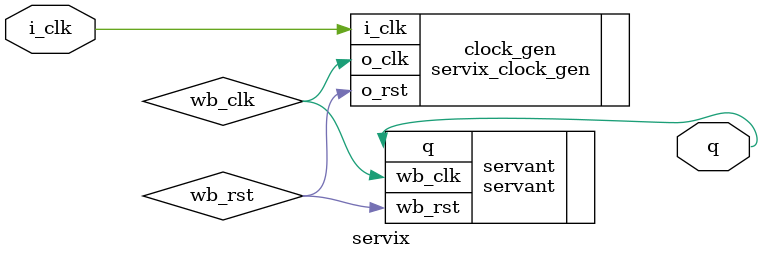
<source format=v>
`default_nettype none
module servix
(
 input wire  i_clk,
 output wire q);

   parameter memfile = "zephyr_hello.hex";
   parameter memsize = 8192;
   parameter PLL = "NONE";

   wire      wb_clk;
   wire      wb_rst;

   servix_clock_gen clock_gen
     (.i_clk (i_clk),
      .o_clk (wb_clk),
      .o_rst (wb_rst));

   servant
     #(.memfile (memfile),
       .memsize (memsize))
   servant
     (.wb_clk (wb_clk),
      .wb_rst (wb_rst),
      .q      (q));

endmodule

</source>
